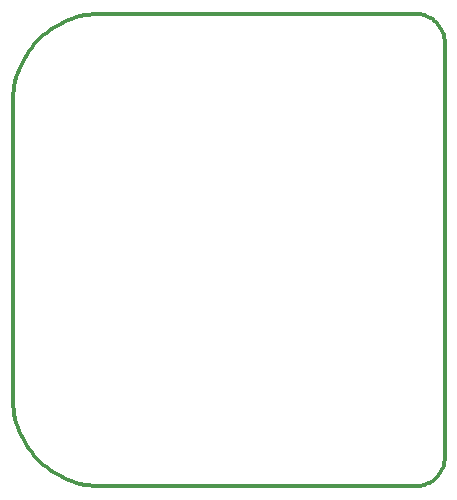
<source format=gko>
G75*
G70*
%OFA0B0*%
%FSLAX24Y24*%
%IPPOS*%
%LPD*%
%AMOC8*
5,1,8,0,0,1.08239X$1,22.5*
%
%ADD10C,0.0120*%
D10*
X000350Y003740D02*
X000350Y013582D01*
X000353Y013723D01*
X000363Y013863D01*
X000380Y014002D01*
X000403Y014141D01*
X000433Y014278D01*
X000470Y014414D01*
X000512Y014548D01*
X000562Y014680D01*
X000617Y014809D01*
X000678Y014935D01*
X000746Y015059D01*
X000819Y015179D01*
X000898Y015295D01*
X000982Y015407D01*
X001071Y015516D01*
X001166Y015620D01*
X001265Y015719D01*
X001369Y015814D01*
X001478Y015903D01*
X001590Y015987D01*
X001706Y016066D01*
X001826Y016139D01*
X001950Y016207D01*
X002076Y016268D01*
X002205Y016323D01*
X002337Y016373D01*
X002471Y016415D01*
X002607Y016452D01*
X002744Y016482D01*
X002883Y016505D01*
X003022Y016522D01*
X003162Y016532D01*
X003303Y016535D01*
X012161Y016535D01*
X013775Y016535D01*
X013837Y016533D01*
X013898Y016527D01*
X013959Y016518D01*
X014020Y016504D01*
X014079Y016487D01*
X014137Y016466D01*
X014194Y016441D01*
X014249Y016413D01*
X014302Y016382D01*
X014353Y016347D01*
X014402Y016309D01*
X014449Y016268D01*
X014492Y016225D01*
X014533Y016178D01*
X014571Y016129D01*
X014606Y016078D01*
X014637Y016025D01*
X014665Y015970D01*
X014690Y015913D01*
X014711Y015855D01*
X014728Y015796D01*
X014742Y015735D01*
X014751Y015674D01*
X014757Y015613D01*
X014759Y015551D01*
X014759Y001771D01*
X014757Y001709D01*
X014751Y001648D01*
X014742Y001587D01*
X014728Y001526D01*
X014711Y001467D01*
X014690Y001409D01*
X014665Y001352D01*
X014637Y001297D01*
X014606Y001244D01*
X014571Y001193D01*
X014533Y001144D01*
X014492Y001097D01*
X014449Y001054D01*
X014402Y001013D01*
X014353Y000975D01*
X014302Y000940D01*
X014249Y000909D01*
X014194Y000881D01*
X014137Y000856D01*
X014079Y000835D01*
X014020Y000818D01*
X013959Y000804D01*
X013898Y000795D01*
X013837Y000789D01*
X013775Y000787D01*
X003303Y000787D01*
X003162Y000790D01*
X003022Y000800D01*
X002883Y000817D01*
X002744Y000840D01*
X002607Y000870D01*
X002471Y000907D01*
X002337Y000949D01*
X002205Y000999D01*
X002076Y001054D01*
X001950Y001115D01*
X001826Y001183D01*
X001706Y001256D01*
X001590Y001335D01*
X001478Y001419D01*
X001369Y001508D01*
X001265Y001603D01*
X001166Y001702D01*
X001071Y001806D01*
X000982Y001915D01*
X000898Y002027D01*
X000819Y002143D01*
X000746Y002264D01*
X000678Y002387D01*
X000617Y002513D01*
X000562Y002642D01*
X000512Y002774D01*
X000470Y002908D01*
X000433Y003044D01*
X000403Y003181D01*
X000380Y003320D01*
X000363Y003459D01*
X000353Y003599D01*
X000350Y003740D01*
M02*

</source>
